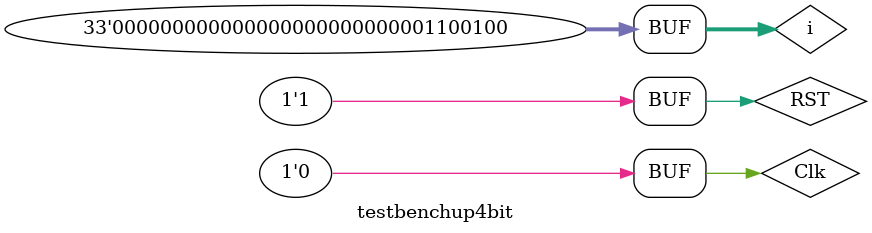
<source format=v>
`timescale 1ns / 1ps


module testbenchup4bit;

	// Inputs
	reg Clk;
	reg RST;

	// Outputs
	wire [3:0] OUT;
	reg [32:0] i;

	// Instantiate the Unit Under Test (UUT)
	UPCOUNTER_4BIT uut (
		.Clk(Clk), 
		.RST(RST), 
		.OUT(OUT)
	);

	initial begin
		// Initialize Inputs
		Clk = 0;
		RST = 0;

		// Wait 100 ns for global reset to finish
		#100;
        
		// Add stimulus here
	for(i=0; i<100; i=i+1)
	begin
		#5 Clk = ~Clk;
		if(i==3) RST=1;
	end
	end
      
endmodule


</source>
